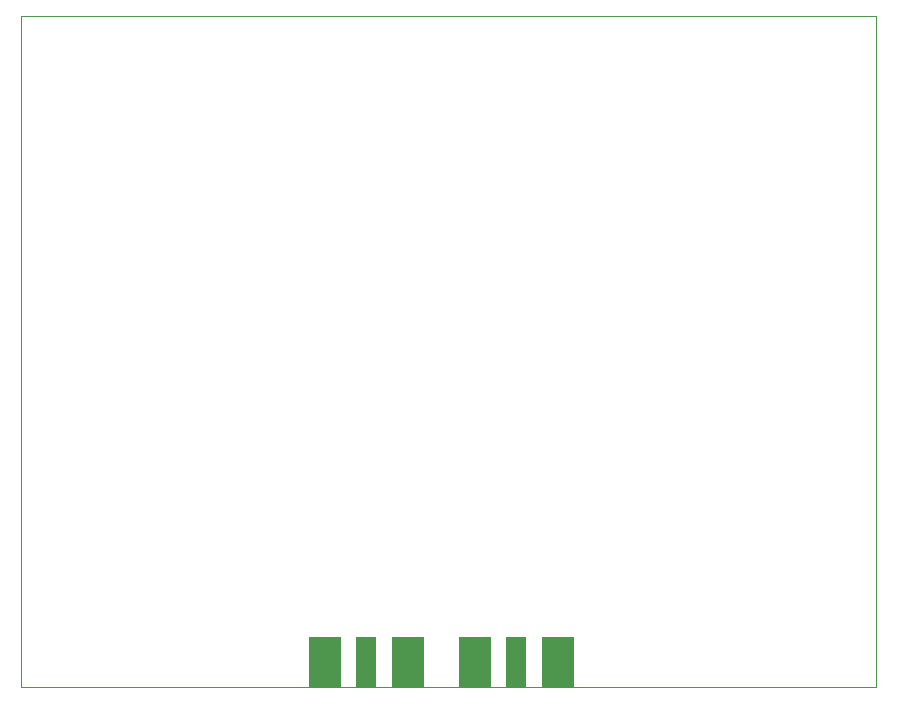
<source format=gtp>
G75*
%MOIN*%
%OFA0B0*%
%FSLAX25Y25*%
%IPPOS*%
%LPD*%
%AMOC8*
5,1,8,0,0,1.08239X$1,22.5*
%
%ADD10C,0.00000*%
%ADD11R,0.07000X0.16500*%
%ADD12R,0.10500X0.16500*%
D10*
X0002370Y0038506D02*
X0002370Y0262207D01*
X0287291Y0262207D01*
X0287291Y0038506D01*
X0002370Y0038506D01*
X0095370Y0038506D02*
X0139370Y0038506D01*
X0145370Y0038506D02*
X0189370Y0038506D01*
D11*
X0167370Y0046835D03*
X0117370Y0046835D03*
D12*
X0103612Y0046835D03*
X0131128Y0046835D03*
X0153612Y0046835D03*
X0181128Y0046835D03*
M02*

</source>
